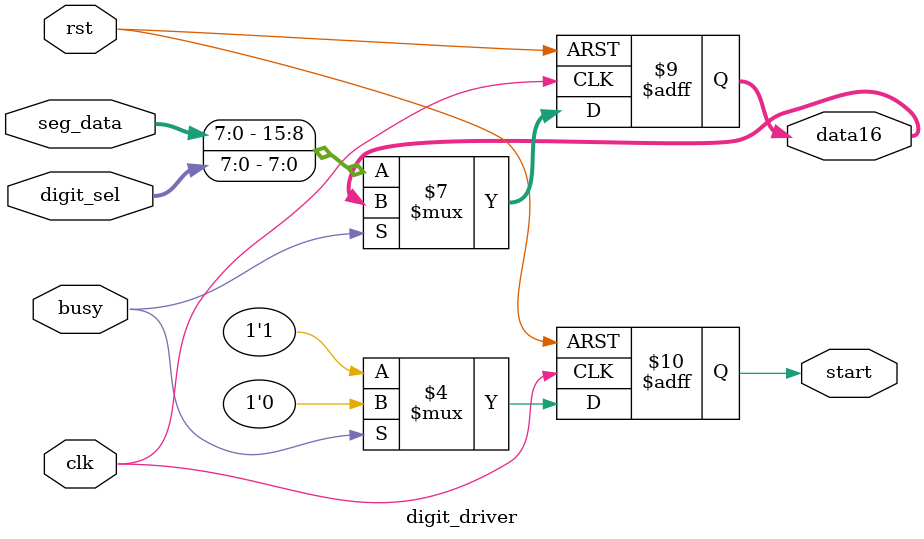
<source format=v>
module digit_driver(
    input  wire clk,
    input  wire rst,
    input  wire [7:0] seg_data,   // mã 7-segment
    input  wire [7:0] digit_sel,  // chọn digit (active low)
    input  wire busy,             // từ shift register
    output reg  [15:0] data16,   // dữ liệu shift ra
    output reg  start             // tín hiệu bắt đầu shift
);

    always @(posedge clk or posedge rst) begin
        if (rst) begin
            data16 <= 16'hFFFF;
            start  <= 0;
        end else if (!busy) begin
            data16 <= {seg_data, digit_sel}; // SEG trước, DIGIT sau
            start  <= 1;
        end else begin
            start <= 0;
        end
    end
endmodule

</source>
